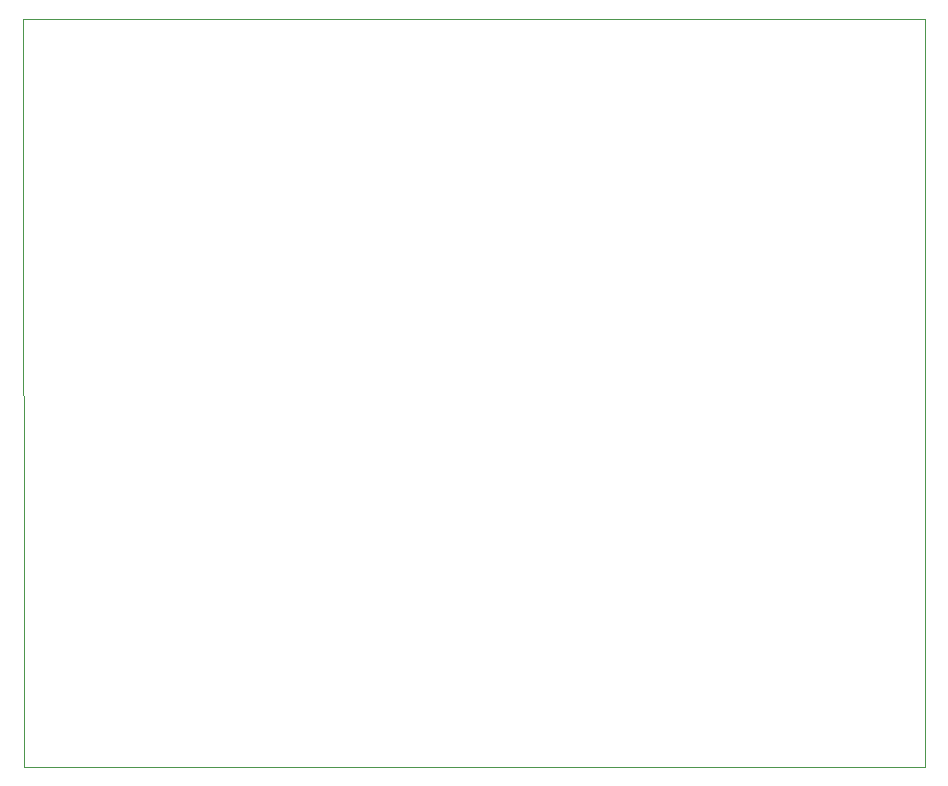
<source format=gbr>
G04 #@! TF.GenerationSoftware,KiCad,Pcbnew,(5.1.2)-2*
G04 #@! TF.CreationDate,2020-03-15T13:57:48-03:00*
G04 #@! TF.ProjectId,InfraRedGelUniversalDispenser,496e6672-6152-4656-9447-656c556e6976,00*
G04 #@! TF.SameCoordinates,Original*
G04 #@! TF.FileFunction,Profile,NP*
%FSLAX46Y46*%
G04 Gerber Fmt 4.6, Leading zero omitted, Abs format (unit mm)*
G04 Created by KiCad (PCBNEW (5.1.2)-2) date 2020-03-15 13:57:48*
%MOMM*%
%LPD*%
G04 APERTURE LIST*
%ADD10C,0.100000*%
G04 APERTURE END LIST*
D10*
X101650800Y-124206000D02*
X101600000Y-60883800D01*
X177952400Y-124206000D02*
X101650800Y-124206000D01*
X177952400Y-60883800D02*
X177952400Y-124206000D01*
X101600000Y-60883800D02*
X177952400Y-60883800D01*
M02*

</source>
